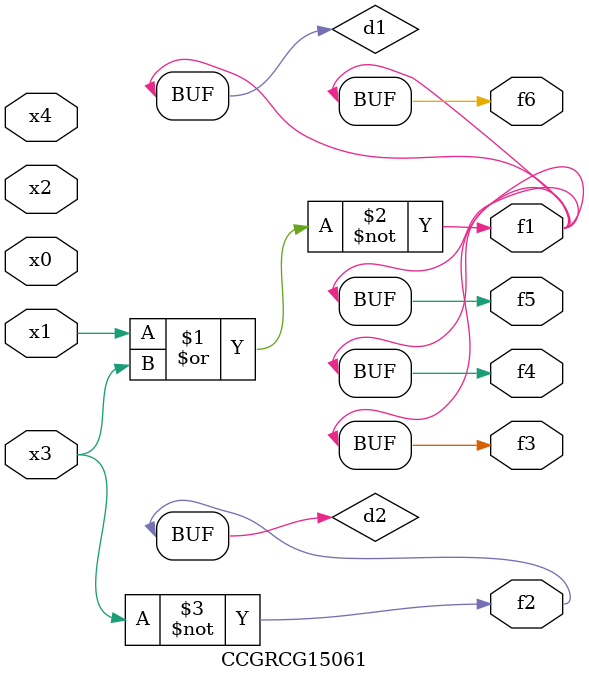
<source format=v>
module CCGRCG15061(
	input x0, x1, x2, x3, x4,
	output f1, f2, f3, f4, f5, f6
);

	wire d1, d2;

	nor (d1, x1, x3);
	not (d2, x3);
	assign f1 = d1;
	assign f2 = d2;
	assign f3 = d1;
	assign f4 = d1;
	assign f5 = d1;
	assign f6 = d1;
endmodule

</source>
